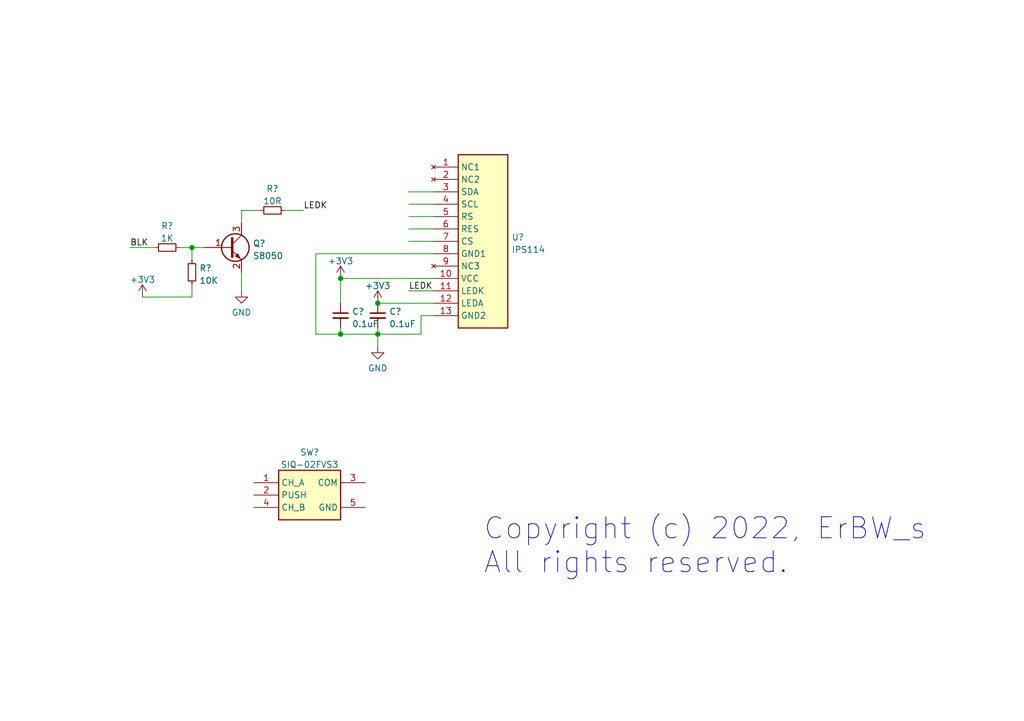
<source format=kicad_sch>
(kicad_sch (version 20211123) (generator eeschema)
  (paper "A5")
  (lib_symbols
    (symbol "Device:C_Small" (pin_numbers hide) (pin_names (offset 0.254) hide)
      (property "Reference" "C" (at 0.254 1.778 0))
      (property "Value" "C_Small" (at 0.254 -2.032 0))
      (symbol "C_Small_0_1"
        (polyline (pts (xy -1.524 -0.508) (xy 1.524 -0.508)) (stroke (width 0.3302)))
        (polyline (pts (xy -1.524 0.508) (xy 1.524 0.508)) (stroke (width 0.3048)))
      )
      (symbol "C_Small_1_1"
        (pin passive line (at 0 2.54 270) (length 2.032) (name "~") (number "1"))
        (pin passive line (at 0 -2.54 90) (length 2.032) (name "~") (number "2"))
      )
    )
    (symbol "Device:Q_NPN_BEC" (pin_names (offset 0) hide)
      (property "Reference" "Q" (at 5.08 1.27 0))
      (property "Value" "Q_NPN_BEC" (at 5.08 -1.27 0))
      (symbol "Q_NPN_BEC_0_1"
        (polyline (pts (xy 0.635 0.635) (xy 2.54 2.54)))
        (polyline (pts (xy 0.635 -0.635) (xy 2.54 -2.54) (xy 2.54 -2.54)))
        (polyline (pts (xy 0.635 1.905) (xy 0.635 -1.905) (xy 0.635 -1.905)) (stroke (width 0.508)))
        (polyline (pts (xy 1.27 -1.778) (xy 1.778 -1.27) (xy 2.286 -2.286) (xy 1.27 -1.778) (xy 1.27 -1.778)) (fill (type outline)))
        (circle (center 1.27 0) (radius 2.8194) (stroke (width 0.254)))
      )
      (symbol "Q_NPN_BEC_1_1"
        (pin input line (at -5.08 0 0) (length 5.715) (name "B") (number "1"))
        (pin passive line (at 2.54 -5.08 90) (length 2.54) (name "E") (number "2"))
        (pin passive line (at 2.54 5.08 270) (length 2.54) (name "C") (number "3"))
      )
    )
    (symbol "Device:R_Small" (pin_numbers hide) (pin_names (offset 0.254) hide)
      (property "Reference" "R" (at 0.762 0.508 0))
      (property "Value" "R_Small" (at 0.762 -1.016 0))
      (symbol "R_Small_0_1"
        (rectangle (start -0.762 1.778) (end 0.762 -1.778) (stroke (width 0.2032)))
      )
      (symbol "R_Small_1_1"
        (pin passive line (at 0 2.54 270) (length 0.762) (name "~") (number "1"))
        (pin passive line (at 0 -2.54 90) (length 0.762) (name "~") (number "2"))
      )
    )
    (symbol "ErBW_s:IPS114"
      (property "Reference" "U" (at 0 19.05 0))
      (property "Value" "IPS114" (at 0 -19.05 0))
      (symbol "IPS114_0_1"
        (rectangle (start -5.08 17.78) (end 5.08 -17.78) (stroke (width 0.254)) (fill (type background)))
      )
      (symbol "IPS114_1_1"
        (pin no_connect line (at -10.16 15.24 0) (length 5.08) (name "NC1") (number "1"))
        (pin power_in line (at -10.16 -7.62 0) (length 5.08) (name "VCC") (number "10"))
        (pin bidirectional line (at -10.16 -10.16 0) (length 5.08) (name "LEDK") (number "11"))
        (pin power_in line (at -10.16 -12.7 0) (length 5.08) (name "LEDA") (number "12"))
        (pin power_in line (at -10.16 -15.24 0) (length 5.08) (name "GND2") (number "13"))
        (pin no_connect line (at -10.16 12.7 0) (length 5.08) (name "NC2") (number "2"))
        (pin bidirectional line (at -10.16 10.16 0) (length 5.08) (name "SDA") (number "3"))
        (pin bidirectional line (at -10.16 7.62 0) (length 5.08) (name "SCL") (number "4"))
        (pin bidirectional line (at -10.16 5.08 0) (length 5.08) (name "RS") (number "5"))
        (pin bidirectional line (at -10.16 2.54 0) (length 5.08) (name "RES") (number "6"))
        (pin bidirectional line (at -10.16 0 0) (length 5.08) (name "CS") (number "7"))
        (pin power_in line (at -10.16 -2.54 0) (length 5.08) (name "GND1") (number "8"))
        (pin no_connect line (at -10.16 -5.08 0) (length 5.08) (name "NC3") (number "9"))
      )
    )
    (symbol "ErBW_s:SIQ-02FVS3"
      (property "Reference" "SW" (at 0 6.35 0))
      (property "Value" "SIQ-02FVS3" (at 0 -6.35 0))
      (symbol "SIQ-02FVS3_0_0"
        (pin bidirectional line (at -11.43 2.54 0) (length 5.08) (name "CH_A") (number "1"))
        (pin bidirectional line (at -11.43 0 0) (length 5.08) (name "PUSH") (number "2"))
        (pin power_in line (at 11.43 2.54 180) (length 5.08) (name "COM") (number "3"))
        (pin bidirectional line (at -11.43 -2.54 0) (length 5.08) (name "CH_B") (number "4"))
        (pin power_in line (at 11.43 -2.54 180) (length 5.08) (name "GND") (number "5"))
      )
      (symbol "SIQ-02FVS3_0_1"
        (polyline (pts (xy -6.35 5.08) (xy 6.35 5.08) (xy 6.35 -5.08) (xy -6.35 -5.08) (xy -6.35 5.08)) (stroke (width 0.254)) (fill (type background)))
      )
    )
    (symbol "power:+3V3" (power) (pin_names (offset 0))
      (property "Value" "+3V3" (at 0 3.556 0))
      (symbol "+3V3_0_1"
        (polyline (pts (xy -0.762 1.27) (xy 0 2.54)))
        (polyline (pts (xy 0 0) (xy 0 2.54)))
        (polyline (pts (xy 0 2.54) (xy 0.762 1.27)))
      )
      (symbol "+3V3_1_1"
        (pin power_in line (at 0 0 90) (length 0) hide (name "+3V3") (number "1"))
      )
    )
    (symbol "power:GND" (power) (pin_names (offset 0))
      (property "Value" "GND" (at 0 -3.81 0))
      (symbol "GND_0_1"
        (polyline (pts (xy 0 0) (xy 0 -1.27) (xy 1.27 -1.27) (xy 0 -2.54) (xy -1.27 -1.27) (xy 0 -1.27)))
      )
      (symbol "GND_1_1"
        (pin power_in line (at 0 0 270) (length 0) hide (name "GND") (number "1"))
      )
    )
  )
  (junction (at 39.37 50.8))
  (junction (at 77.47 68.58))
  (junction (at 69.85 57.15))
  (junction (at 69.85 68.58))
  (junction (at 77.47 62.23))
  (wire (pts (xy 83.82 41.91) (xy 88.9 41.91)))
  (wire (pts (xy 77.47 62.23) (xy 88.9 62.23)))
  (wire (pts (xy 49.53 55.88) (xy 49.53 59.69)))
  (wire (pts (xy 86.36 64.77) (xy 86.36 68.58)))
  (wire (pts (xy 49.53 45.72) (xy 49.53 43.18)))
  (wire (pts (xy 64.77 68.58) (xy 69.85 68.58)))
  (wire (pts (xy 39.37 50.8) (xy 39.37 53.34)))
  (wire (pts (xy 83.82 49.53) (xy 88.9 49.53)))
  (wire (pts (xy 36.83 50.8) (xy 39.37 50.8)))
  (wire (pts (xy 58.42 43.18) (xy 62.23 43.18)))
  (wire (pts (xy 77.47 68.58) (xy 86.36 68.58)))
  (wire (pts (xy 77.47 67.31) (xy 77.47 68.58)))
  (wire (pts (xy 69.85 68.58) (xy 77.47 68.58)))
  (wire (pts (xy 83.82 59.69) (xy 88.9 59.69)))
  (wire (pts (xy 83.82 39.37) (xy 88.9 39.37)))
  (wire (pts (xy 64.77 52.07) (xy 64.77 68.58)))
  (wire (pts (xy 39.37 50.8) (xy 41.91 50.8)))
  (wire (pts (xy 69.85 57.15) (xy 88.9 57.15)))
  (wire (pts (xy 83.82 46.99) (xy 88.9 46.99)))
  (wire (pts (xy 83.82 44.45) (xy 88.9 44.45)))
  (wire (pts (xy 49.53 43.18) (xy 53.34 43.18)))
  (wire (pts (xy 26.67 50.8) (xy 31.75 50.8)))
  (wire (pts (xy 69.85 67.31) (xy 69.85 68.58)))
  (wire (pts (xy 29.21 60.96) (xy 39.37 60.96)))
  (wire (pts (xy 77.47 68.58) (xy 77.47 71.12)))
  (wire (pts (xy 88.9 52.07) (xy 64.77 52.07)))
  (wire (pts (xy 86.36 64.77) (xy 88.9 64.77)))
  (wire (pts (xy 39.37 60.96) (xy 39.37 58.42)))
  (wire (pts (xy 69.85 62.23) (xy 69.85 57.15)))
  (text "Copyright (c) 2022, ErBW_s\nAll rights reserved." (at 99.06 118.11 0) (effects (font (size 4.318 4.318)) (justify left bottom)))
  (label "LEDK" (at 62.23 43.18 0))
  (label "BLK" (at 26.67 50.8 0))
  (label "LEDK" (at 83.82 59.69 0))
  (symbol (lib_id "ErBW_s:SIQ-02FVS3") (at 63.5 101.6 0) (unit 1)
    (property "Reference" "SW?" (at 63.5 92.8202 0))
    (property "Value" "SIQ-02FVS3" (at 63.5 95.3571 0))
    (property "Footprint" "ErBW_s:SIQ-02FVS3" (effects hide))
  )
  (symbol (lib_id "Device:Q_NPN_BEC") (at 46.99 50.8 0) (unit 1)
    (property "Reference" "Q?" (at 51.8414 49.9653 0) (effects (justify left)))
    (property "Value" "S8050" (at 51.8414 52.5022 0) (effects (justify left)))
    (property "Footprint" "Package_TO_SOT_SMD:SOT-23" (effects hide))
  )
  (symbol (lib_id "power:+3V3") (at 77.47 62.23 0) (unit 1)
    (property "Reference" "#PWR?" (effects hide))
    (property "Value" "+3V3" (at 77.47 58.6542 0))
  )
  (symbol (lib_id "Device:C_Small") (at 69.85 64.77 0) (unit 1)
    (property "Reference" "C?" (at 72.1741 63.9416 0) (effects (justify left)))
    (property "Value" "0.1uF" (at 72.1741 66.4785 0) (effects (justify left)))
  )
  (symbol (lib_id "ErBW_s:IPS114") (at 99.06 49.53 0) (unit 1)
    (property "Reference" "U?" (at 104.902 48.6953 0) (effects (justify left)))
    (property "Value" "IPS114" (at 104.902 51.2322 0) (effects (justify left)))
    (property "Footprint" "ErBW_s:IPS114" (effects hide))
  )
  (symbol (lib_id "power:GND") (at 77.47 71.12 0) (unit 1)
    (property "Reference" "#PWR?" (effects hide))
    (property "Value" "GND" (at 77.47 75.5634 0))
  )
  (symbol (lib_id "Device:R_Small") (at 39.37 55.88 180) (unit 1)
    (property "Reference" "R?" (at 40.8686 55.0453 0) (effects (justify right)))
    (property "Value" "10K" (at 40.8686 57.5822 0) (effects (justify right)))
  )
  (symbol (lib_id "power:+3V3") (at 29.21 60.96 0) (unit 1)
    (property "Reference" "#PWR?" (effects hide))
    (property "Value" "+3V3" (at 29.21 57.3842 0))
  )
  (symbol (lib_id "power:+3V3") (at 69.85 57.15 0) (unit 1)
    (property "Reference" "#PWR?" (effects hide))
    (property "Value" "+3V3" (at 69.85 53.5742 0))
  )
  (symbol (lib_id "Device:R_Small") (at 55.88 43.18 90) (unit 1)
    (property "Reference" "R?" (at 55.88 38.7436 90))
    (property "Value" "10R" (at 55.88 41.2805 90))
  )
  (symbol (lib_id "power:GND") (at 49.53 59.69 0) (unit 1)
    (property "Reference" "#PWR?" (effects hide))
    (property "Value" "GND" (at 49.53 64.1334 0))
  )
  (symbol (lib_id "Device:C_Small") (at 77.47 64.77 0) (unit 1)
    (property "Reference" "C?" (at 79.7941 63.9416 0) (effects (justify left)))
    (property "Value" "0.1uF" (at 79.7941 66.4785 0) (effects (justify left)))
  )
  (symbol (lib_id "Device:R_Small") (at 34.29 50.8 90) (unit 1)
    (property "Reference" "R?" (at 34.29 46.3636 90))
    (property "Value" "1K" (at 34.29 48.9005 90))
  )
)
</source>
